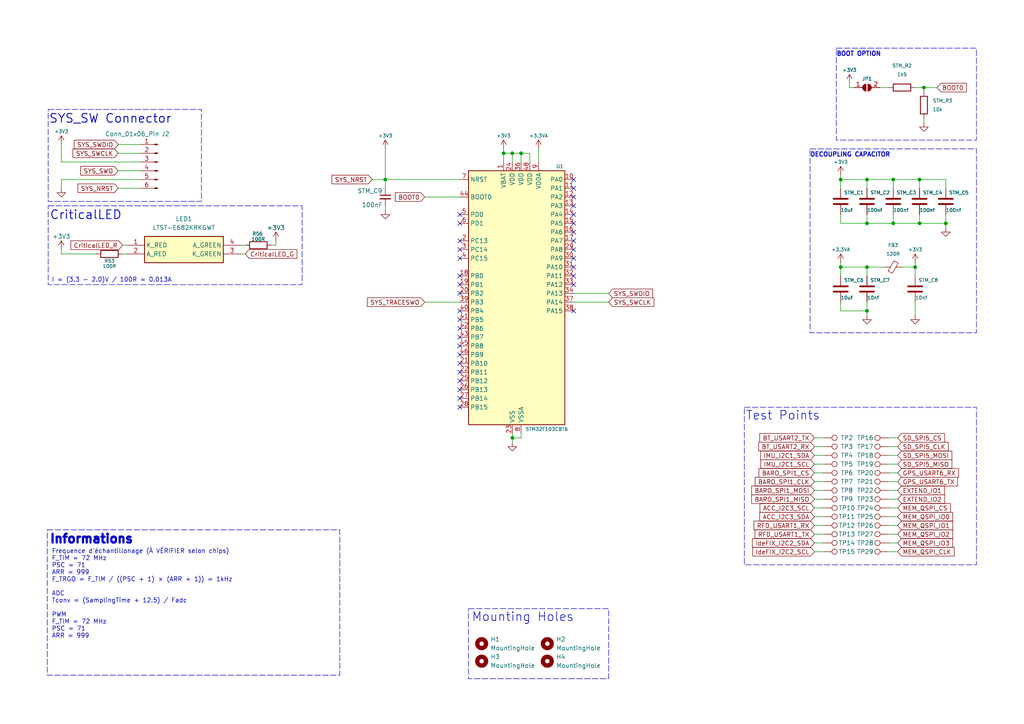
<source format=kicad_sch>
(kicad_sch (version 20250114) (generator "eeschema") (generator_version "9.0")
  (paper "A4")
  (lib_symbols
    (symbol "Connector:Conn_01x06_Pin" (pin_names (offset 1.016) (hide yes))
      (property "Reference" "J" (at 0 7.62 0))
      (property "Value" "Conn_01x06_Pin" (at 0 -10.16 0))
      (symbol "Conn_01x06_Pin_1_1"
        (rectangle (start 0.8636 5.207) (end 0 4.953) (stroke (width 0.1524)) (fill (type outline)))
        (rectangle (start 0.8636 2.667) (end 0 2.413) (stroke (width 0.1524)) (fill (type outline)))
        (rectangle (start 0.8636 0.127) (end 0 -0.127) (stroke (width 0.1524)) (fill (type outline)))
        (rectangle (start 0.8636 -2.413) (end 0 -2.667) (stroke (width 0.1524)) (fill (type outline)))
        (rectangle (start 0.8636 -4.953) (end 0 -5.207) (stroke (width 0.1524)) (fill (type outline)))
        (rectangle (start 0.8636 -7.493) (end 0 -7.747) (stroke (width 0.1524)) (fill (type outline)))
        (polyline (pts (xy 1.27 5.08) (xy 0.8636 5.08)) (stroke (width 0.1524)))
        (polyline (pts (xy 1.27 2.54) (xy 0.8636 2.54)) (stroke (width 0.1524)))
        (polyline (pts (xy 1.27 0) (xy 0.8636 0)) (stroke (width 0.1524)))
        (polyline (pts (xy 1.27 -2.54) (xy 0.8636 -2.54)) (stroke (width 0.1524)))
        (polyline (pts (xy 1.27 -5.08) (xy 0.8636 -5.08)) (stroke (width 0.1524)))
        (polyline (pts (xy 1.27 -7.62) (xy 0.8636 -7.62)) (stroke (width 0.1524)))
        (pin passive line (at 5.08 5.08 180) (length 3.81) (name "Pin_1") (number "1"))
        (pin passive line (at 5.08 2.54 180) (length 3.81) (name "Pin_2") (number "2"))
        (pin passive line (at 5.08 0 180) (length 3.81) (name "Pin_3") (number "3"))
        (pin passive line (at 5.08 -2.54 180) (length 3.81) (name "Pin_4") (number "4"))
        (pin passive line (at 5.08 -5.08 180) (length 3.81) (name "Pin_5") (number "5"))
        (pin passive line (at 5.08 -7.62 180) (length 3.81) (name "Pin_6") (number "6"))
      )
    )
    (symbol "Connector:TestPoint" (pin_numbers (hide yes)) (pin_names (offset 0.762) (hide yes))
      (property "Reference" "TP" (at 0 6.858 0))
      (property "Value" "TestPoint" (at 0 5.08 0))
      (symbol "TestPoint_0_1"
        (circle (center 0 3.302) (radius 0.762))
      )
      (symbol "TestPoint_1_1"
        (pin passive line (at 0 0 90) (length 2.54) (name "1") (number "1"))
      )
    )
    (symbol "Device:C" (pin_numbers (hide yes)) (pin_names (offset 0.254))
      (property "Reference" "C" (at 0.635 2.54 0))
      (property "Value" "C" (at 0.635 -2.54 0))
      (symbol "C_0_1"
        (polyline (pts (xy -2.032 0.762) (xy 2.032 0.762)) (stroke (width 0.508)))
        (polyline (pts (xy -2.032 -0.762) (xy 2.032 -0.762)) (stroke (width 0.508)))
      )
      (symbol "C_1_1"
        (pin passive line (at 0 3.81 270) (length 2.794) (name "~") (number "1"))
        (pin passive line (at 0 -3.81 90) (length 2.794) (name "~") (number "2"))
      )
    )
    (symbol "Device:C_Small" (pin_numbers (hide yes)) (pin_names (offset 0.254) (hide yes))
      (property "Reference" "C" (at 0.254 1.778 0))
      (property "Value" "C_Small" (at 0.254 -2.032 0))
      (symbol "C_Small_0_1"
        (polyline (pts (xy -1.524 0.508) (xy 1.524 0.508)) (stroke (width 0.3048)))
        (polyline (pts (xy -1.524 -0.508) (xy 1.524 -0.508)) (stroke (width 0.3302)))
      )
      (symbol "C_Small_1_1"
        (pin passive line (at 0 2.54 270) (length 2.032) (name "~") (number "1"))
        (pin passive line (at 0 -2.54 90) (length 2.032) (name "~") (number "2"))
      )
    )
    (symbol "Device:FerriteBead_Small" (pin_numbers (hide yes)) (pin_names (offset 0))
      (property "Reference" "FB" (at 1.905 1.27 0))
      (property "Value" "FerriteBead_Small" (at 1.905 -1.27 0))
      (symbol "FerriteBead_Small_0_1"
        (polyline (pts (xy -1.8288 0.2794) (xy -1.1176 1.4986) (xy 1.8288 -0.2032) (xy 1.1176 -1.4224) (xy -1.8288 0.2794)))
        (polyline (pts (xy 0 0.889) (xy 0 1.2954)))
        (polyline (pts (xy 0 -1.27) (xy 0 -0.7874)))
      )
      (symbol "FerriteBead_Small_1_1"
        (pin passive line (at 0 2.54 270) (length 1.27) (name "~") (number "1"))
        (pin passive line (at 0 -2.54 90) (length 1.27) (name "~") (number "2"))
      )
    )
    (symbol "Device:R" (pin_numbers (hide yes)) (pin_names (offset 0))
      (property "Reference" "R" (at 2.032 0 90))
      (property "Value" "R" (at 0 0 90))
      (symbol "R_0_1"
        (rectangle (start -1.016 -2.54) (end 1.016 2.54) (stroke (width 0.254)))
      )
      (symbol "R_1_1"
        (pin passive line (at 0 3.81 270) (length 1.27) (name "~") (number "1"))
        (pin passive line (at 0 -3.81 90) (length 1.27) (name "~") (number "2"))
      )
    )
    (symbol "Jumper:SolderJumper_2_Open" (pin_names (offset 0) (hide yes))
      (property "Reference" "JP" (at 0 2.032 0))
      (property "Value" "SolderJumper_2_Open" (at 0 -2.54 0))
      (symbol "SolderJumper_2_Open_0_1"
        (polyline (pts (xy -0.254 1.016) (xy -0.254 -1.016)))
        (arc (start -0.254 -1.016) (mid -1.2656 0) (end -0.254 1.016))
        (arc (start -0.254 -1.016) (mid -1.2656 0) (end -0.254 1.016) (fill (type outline)))
        (arc (start 0.254 1.016) (mid 1.2656 0) (end 0.254 -1.016))
        (arc (start 0.254 1.016) (mid 1.2656 0) (end 0.254 -1.016) (fill (type outline)))
        (polyline (pts (xy 0.254 1.016) (xy 0.254 -1.016)))
      )
      (symbol "SolderJumper_2_Open_1_1"
        (pin passive line (at -3.81 0 0) (length 2.54) (name "A") (number "1"))
        (pin passive line (at 3.81 0 180) (length 2.54) (name "B") (number "2"))
      )
    )
    (symbol "MCU_ST_STM32F1:STM32F103C8Tx"
      (property "Reference" "U" (at -12.7 39.37 0))
      (property "Value" "STM32F103C8Tx" (at 10.16 39.37 0))
      (symbol "STM32F103C8Tx_0_1"
        (rectangle (start -12.7 -35.56) (end 15.24 38.1) (stroke (width 0.254)) (fill (type background)))
      )
      (symbol "STM32F103C8Tx_1_1"
        (pin input line (at -15.24 35.56 0) (length 2.54) (name "NRST") (number "7"))
        (pin input line (at -15.24 30.48 0) (length 2.54) (name "BOOT0") (number "44"))
        (pin bidirectional line (at -15.24 25.4 0) (length 2.54) (name "PD0") (number "5"))
        (pin bidirectional line (at -15.24 22.86 0) (length 2.54) (name "PD1") (number "6"))
        (pin bidirectional line (at -15.24 17.78 0) (length 2.54) (name "PC13") (number "2"))
        (pin bidirectional line (at -15.24 15.24 0) (length 2.54) (name "PC14") (number "3"))
        (pin bidirectional line (at -15.24 12.7 0) (length 2.54) (name "PC15") (number "4"))
        (pin bidirectional line (at -15.24 7.62 0) (length 2.54) (name "PB0") (number "18"))
        (pin bidirectional line (at -15.24 5.08 0) (length 2.54) (name "PB1") (number "19"))
        (pin bidirectional line (at -15.24 2.54 0) (length 2.54) (name "PB2") (number "20"))
        (pin bidirectional line (at -15.24 0 0) (length 2.54) (name "PB3") (number "39"))
        (pin bidirectional line (at -15.24 -2.54 0) (length 2.54) (name "PB4") (number "40"))
        (pin bidirectional line (at -15.24 -5.08 0) (length 2.54) (name "PB5") (number "41"))
        (pin bidirectional line (at -15.24 -7.62 0) (length 2.54) (name "PB6") (number "42"))
        (pin bidirectional line (at -15.24 -10.16 0) (length 2.54) (name "PB7") (number "43"))
        (pin bidirectional line (at -15.24 -12.7 0) (length 2.54) (name "PB8") (number "45"))
        (pin bidirectional line (at -15.24 -15.24 0) (length 2.54) (name "PB9") (number "46"))
        (pin bidirectional line (at -15.24 -17.78 0) (length 2.54) (name "PB10") (number "21"))
        (pin bidirectional line (at -15.24 -20.32 0) (length 2.54) (name "PB11") (number "22"))
        (pin bidirectional line (at -15.24 -22.86 0) (length 2.54) (name "PB12") (number "25"))
        (pin bidirectional line (at -15.24 -25.4 0) (length 2.54) (name "PB13") (number "26"))
        (pin bidirectional line (at -15.24 -27.94 0) (length 2.54) (name "PB14") (number "27"))
        (pin bidirectional line (at -15.24 -30.48 0) (length 2.54) (name "PB15") (number "28"))
        (pin power_in line (at -2.54 40.64 270) (length 2.54) (name "VBAT") (number "1"))
        (pin power_in line (at 0 40.64 270) (length 2.54) (name "VDD") (number "24"))
        (pin power_in line (at 0 -38.1 90) (length 2.54) (name "VSS") (number "23"))
        (pin passive line (at 0 -38.1 90) (length 2.54) (hide yes) (name "VSS") (number "35"))
        (pin passive line (at 0 -38.1 90) (length 2.54) (hide yes) (name "VSS") (number "47"))
        (pin power_in line (at 2.54 40.64 270) (length 2.54) (name "VDD") (number "36"))
        (pin power_in line (at 2.54 -38.1 90) (length 2.54) (name "VSSA") (number "8"))
        (pin power_in line (at 5.08 40.64 270) (length 2.54) (name "VDD") (number "48"))
        (pin power_in line (at 7.62 40.64 270) (length 2.54) (name "VDDA") (number "9"))
        (pin bidirectional line (at 17.78 35.56 180) (length 2.54) (name "PA0") (number "10"))
        (pin bidirectional line (at 17.78 33.02 180) (length 2.54) (name "PA1") (number "11"))
        (pin bidirectional line (at 17.78 30.48 180) (length 2.54) (name "PA2") (number "12"))
        (pin bidirectional line (at 17.78 27.94 180) (length 2.54) (name "PA3") (number "13"))
        (pin bidirectional line (at 17.78 25.4 180) (length 2.54) (name "PA4") (number "14"))
        (pin bidirectional line (at 17.78 22.86 180) (length 2.54) (name "PA5") (number "15"))
        (pin bidirectional line (at 17.78 20.32 180) (length 2.54) (name "PA6") (number "16"))
        (pin bidirectional line (at 17.78 17.78 180) (length 2.54) (name "PA7") (number "17"))
        (pin bidirectional line (at 17.78 15.24 180) (length 2.54) (name "PA8") (number "29"))
        (pin bidirectional line (at 17.78 12.7 180) (length 2.54) (name "PA9") (number "30"))
        (pin bidirectional line (at 17.78 10.16 180) (length 2.54) (name "PA10") (number "31"))
        (pin bidirectional line (at 17.78 7.62 180) (length 2.54) (name "PA11") (number "32"))
        (pin bidirectional line (at 17.78 5.08 180) (length 2.54) (name "PA12") (number "33"))
        (pin bidirectional line (at 17.78 2.54 180) (length 2.54) (name "PA13") (number "34"))
        (pin bidirectional line (at 17.78 0 180) (length 2.54) (name "PA14") (number "37"))
        (pin bidirectional line (at 17.78 -2.54 180) (length 2.54) (name "PA15") (number "38"))
      )
    )
    (symbol "Mechanical:MountingHole" (pin_names (offset 1.016)) (in_bom no)
      (property "Reference" "H" (at 0 5.08 0))
      (property "Value" "MountingHole" (at 0 3.175 0))
      (symbol "MountingHole_0_1"
        (circle (center 0 0) (radius 1.27) (stroke (width 1.27)))
      )
    )
    (symbol "pcb_moteur:LTST-E682KRKGWT"
      (property "Reference" "LED" (at 14.224 7.366 0))
      (property "Value" "LTST-E682KRKGWT" (at 8.128 4.826 0))
      (symbol "LTST-E682KRKGWT_1_1"
        (rectangle (start 5.08 2.54) (end 27.94 -5.08) (stroke (width 0.254)) (fill (type background)))
        (pin passive line (at 0 0 0) (length 5.08) (name "A_GREEN") (number "4"))
        (pin passive line (at 0 -2.54 0) (length 5.08) (name "K_GREEN") (number "3"))
        (pin passive line (at 33.02 0 180) (length 5.08) (name "K_RED") (number "1"))
        (pin passive line (at 33.02 -2.54 180) (length 5.08) (name "A_RED") (number "2"))
      )
    )
    (symbol "power:+3.3VA" (power) (pin_names (offset 0))
      (property "Value" "+3.3VA" (at 0 3.556 0))
      (symbol "+3.3VA_0_1"
        (polyline (pts (xy -0.762 1.27) (xy 0 2.54)))
        (polyline (pts (xy 0 2.54) (xy 0.762 1.27)))
        (polyline (pts (xy 0 0) (xy 0 2.54)))
      )
      (symbol "+3.3VA_1_1"
        (pin power_in line (at 0 0 90) (length 0) (hide yes) (name "+3.3VA") (number "1"))
      )
    )
    (symbol "power:+3V3" (power) (pin_names (offset 0))
      (property "Value" "+3V3" (at 0 3.556 0))
      (symbol "+3V3_0_1"
        (polyline (pts (xy -0.762 1.27) (xy 0 2.54)))
        (polyline (pts (xy 0 2.54) (xy 0.762 1.27)))
        (polyline (pts (xy 0 0) (xy 0 2.54)))
      )
      (symbol "+3V3_1_1"
        (pin power_in line (at 0 0 90) (length 0) (hide yes) (name "+3V3") (number "1"))
      )
    )
    (symbol "power:GND" (power) (pin_names (offset 0))
      (property "Value" "GND" (at 0 -3.81 0))
      (symbol "GND_0_1"
        (polyline (pts (xy 0 0) (xy 0 -1.27) (xy 1.27 -1.27) (xy 0 -2.54) (xy -1.27 -1.27) (xy 0 -1.27)))
      )
      (symbol "GND_1_1"
        (pin power_in line (at 0 0 270) (length 0) (hide yes) (name "GND") (number "1"))
      )
    )
  )
  (rectangle (start 13.97 31.75) (end 58.42 58.42) (stroke (width 0) (type dash)))
  (rectangle (start 135.89 176.53) (end 176.53 196.85) (stroke (width 0) (type dash)))
  (rectangle (start 215.9 118.11) (end 283.21 163.83) (stroke (width 0) (type dash)))
  (rectangle (start 234.95 43.18) (end 283.21 96.52) (stroke (width 0) (type dash)))
  (rectangle (start 13.716 153.67) (end 98.552 195.834) (stroke (width 0) (type dash)))
  (rectangle (start 13.97 59.69) (end 87.63 82.55) (stroke (width 0) (type dash)))
  (rectangle (start 242.57 13.97) (end 283.21 40.64) (stroke (width 0) (type dash)))
  (text "Test Points" (at 227.076 120.65 0) (effects (font (size 2.54 2.54) (thickness 0.1875))))
  (text "Mounting Holes" (at 151.638 179.07 0) (effects (font (size 2.54 2.54) (thickness 0.1875))))
  (text "BOOT OPTION" (at 242.57 16.51 0) (effects (font (size 1.27 1.27) (thickness 0.254) (bold yes)) (justify left bottom)))
  (text "DECOUPLING CAPACITOR" (at 234.95 45.72 0) (effects (font (size 1.27 1.27) (thickness 0.254) (bold yes)) (justify left bottom)))
  (text "SYS_SW Connector" (at 32.004 34.544 0) (effects (font (size 2.54 2.54) (thickness 0.254) (bold yes))))
  (text "Informations" (at 14.224 156.464 0) (effects (font (size 2.54 2.54) (thickness 0.8) (bold yes)) (justify left)))
  (text "CriticalLED" (at 24.892 62.484 0) (effects (font (size 2.54 2.54) (thickness 0.254) (bold yes))))
  (text "I = (3.3 - 2.0)V / 100R = 0.013A" (at 14.986 81.28 0) (effects (font (size 1.27 1.27)) (justify left)))
  (text "Frequence d'échantillonage (À VÉRIFIER selon chips)\nF_TIM = 72 MHz\nPSC = 71\nARR = 999\nF_TRGO = F_TIM / ((PSC + 1) × (ARR + 1)) = 1kHz\n\nADC\nTconv = (SamplingTime + 12.5) / Fadc\n\nPWM\nF_TIM = 72 MHz\nPSC = 71\nARR = 999" (at 14.986 159.258 0) (effects (font (size 1.27 1.27)) (justify left top)))
  (junction (at 266.7 64.77))
  (junction (at 267.97 25.4))
  (junction (at 148.59 127))
  (junction (at 265.43 77.47))
  (junction (at 259.08 64.77))
  (junction (at 243.84 52.07))
  (junction (at 151.13 44.45))
  (junction (at 266.7 52.07))
  (junction (at 251.46 77.47))
  (junction (at 259.08 52.07))
  (junction (at 243.84 77.47))
  (junction (at 146.05 44.45))
  (junction (at 251.46 64.77))
  (junction (at 251.46 52.07))
  (junction (at 251.46 90.17))
  (junction (at 274.32 64.77))
  (junction (at 111.76 52.07))
  (junction (at 148.59 44.45))
  (no_connect (at 166.37 64.77))
  (no_connect (at 133.35 107.95))
  (no_connect (at 133.35 95.25))
  (no_connect (at 133.35 72.39))
  (no_connect (at 133.35 115.57))
  (no_connect (at 133.35 110.49))
  (no_connect (at 166.37 82.55))
  (no_connect (at 166.37 67.31))
  (no_connect (at 166.37 52.07))
  (no_connect (at 133.35 113.03))
  (no_connect (at 133.35 82.55))
  (no_connect (at 166.37 74.93))
  (no_connect (at 166.37 90.17))
  (no_connect (at 166.37 77.47))
  (no_connect (at 133.35 80.01))
  (no_connect (at 133.35 118.11))
  (no_connect (at 133.35 100.33))
  (no_connect (at 133.35 92.71))
  (no_connect (at 133.35 64.77))
  (no_connect (at 133.35 102.87))
  (no_connect (at 166.37 69.85))
  (no_connect (at 133.35 90.17))
  (no_connect (at 166.37 62.23))
  (no_connect (at 166.37 80.01))
  (no_connect (at 133.35 85.09))
  (no_connect (at 166.37 72.39))
  (no_connect (at 166.37 59.69))
  (no_connect (at 133.35 69.85))
  (no_connect (at 133.35 74.93))
  (no_connect (at 166.37 54.61))
  (no_connect (at 166.37 57.15))
  (no_connect (at 133.35 97.79))
  (no_connect (at 133.35 105.41))
  (no_connect (at 133.35 62.23))
  (wire (pts (xy 251.46 77.47) (xy 251.46 80.01)))
  (wire (pts (xy 71.12 71.12) (xy 69.85 71.12)))
  (wire (pts (xy 80.01 69.85) (xy 80.01 71.12)))
  (wire (pts (xy 266.7 52.07) (xy 266.7 54.61)))
  (wire (pts (xy 111.76 52.07) (xy 133.35 52.07)))
  (wire (pts (xy 266.7 52.07) (xy 259.08 52.07)))
  (wire (pts (xy 257.81 152.4) (xy 260.35 152.4)))
  (wire (pts (xy 156.21 43.18) (xy 156.21 46.99)))
  (wire (pts (xy 148.59 44.45) (xy 146.05 44.45)))
  (wire (pts (xy 259.08 64.77) (xy 266.7 64.77)))
  (wire (pts (xy 257.81 142.24) (xy 260.35 142.24)))
  (wire (pts (xy 243.84 50.8) (xy 243.84 52.07)))
  (wire (pts (xy 123.19 57.15) (xy 133.35 57.15)))
  (wire (pts (xy 243.84 62.23) (xy 243.84 64.77)))
  (wire (pts (xy 238.76 160.02) (xy 236.22 160.02)))
  (wire (pts (xy 17.78 46.99) (xy 17.78 41.91)))
  (wire (pts (xy 267.97 35.56) (xy 267.97 34.29)))
  (wire (pts (xy 259.08 52.07) (xy 251.46 52.07)))
  (wire (pts (xy 261.62 77.47) (xy 265.43 77.47)))
  (wire (pts (xy 166.37 87.63) (xy 176.53 87.63)))
  (wire (pts (xy 238.76 144.78) (xy 236.22 144.78)))
  (wire (pts (xy 251.46 77.47) (xy 256.54 77.47)))
  (wire (pts (xy 251.46 64.77) (xy 259.08 64.77)))
  (wire (pts (xy 255.27 25.4) (xy 257.81 25.4)))
  (wire (pts (xy 238.76 129.54) (xy 236.22 129.54)))
  (wire (pts (xy 257.81 132.08) (xy 260.35 132.08)))
  (wire (pts (xy 243.84 52.07) (xy 243.84 54.61)))
  (wire (pts (xy 259.08 52.07) (xy 259.08 54.61)))
  (wire (pts (xy 146.05 43.18) (xy 146.05 44.45)))
  (wire (pts (xy 257.81 129.54) (xy 260.35 129.54)))
  (wire (pts (xy 40.64 52.07) (xy 17.78 52.07)))
  (wire (pts (xy 123.19 87.63) (xy 133.35 87.63)))
  (wire (pts (xy 238.76 157.48) (xy 236.22 157.48)))
  (wire (pts (xy 266.7 64.77) (xy 274.32 64.77)))
  (wire (pts (xy 151.13 125.73) (xy 151.13 127)))
  (wire (pts (xy 243.84 77.47) (xy 243.84 80.01)))
  (wire (pts (xy 274.32 54.61) (xy 274.32 52.07)))
  (wire (pts (xy 34.29 41.91) (xy 40.64 41.91)))
  (wire (pts (xy 35.56 71.12) (xy 36.83 71.12)))
  (wire (pts (xy 243.84 64.77) (xy 251.46 64.77)))
  (wire (pts (xy 274.32 52.07) (xy 266.7 52.07)))
  (wire (pts (xy 238.76 152.4) (xy 236.22 152.4)))
  (wire (pts (xy 238.76 137.16) (xy 236.22 137.16)))
  (wire (pts (xy 34.29 44.45) (xy 40.64 44.45)))
  (wire (pts (xy 238.76 147.32) (xy 236.22 147.32)))
  (wire (pts (xy 251.46 52.07) (xy 251.46 54.61)))
  (wire (pts (xy 265.43 87.63) (xy 265.43 91.44)))
  (wire (pts (xy 257.81 147.32) (xy 260.35 147.32)))
  (wire (pts (xy 265.43 76.2) (xy 265.43 77.47)))
  (wire (pts (xy 265.43 77.47) (xy 265.43 80.01)))
  (wire (pts (xy 251.46 77.47) (xy 243.84 77.47)))
  (wire (pts (xy 153.67 46.99) (xy 153.67 44.45)))
  (wire (pts (xy 257.81 157.48) (xy 260.35 157.48)))
  (wire (pts (xy 151.13 44.45) (xy 151.13 46.99)))
  (wire (pts (xy 247.65 25.4) (xy 246.38 25.4)))
  (wire (pts (xy 257.81 149.86) (xy 260.35 149.86)))
  (wire (pts (xy 69.85 73.66) (xy 71.12 73.66)))
  (wire (pts (xy 238.76 132.08) (xy 236.22 132.08)))
  (wire (pts (xy 153.67 44.45) (xy 151.13 44.45)))
  (wire (pts (xy 257.81 134.62) (xy 260.35 134.62)))
  (wire (pts (xy 151.13 44.45) (xy 148.59 44.45)))
  (wire (pts (xy 257.81 144.78) (xy 260.35 144.78)))
  (wire (pts (xy 251.46 87.63) (xy 251.46 90.17)))
  (wire (pts (xy 259.08 62.23) (xy 259.08 64.77)))
  (wire (pts (xy 148.59 125.73) (xy 148.59 127)))
  (wire (pts (xy 17.78 72.39) (xy 17.78 73.66)))
  (wire (pts (xy 148.59 44.45) (xy 148.59 46.99)))
  (wire (pts (xy 166.37 85.09) (xy 176.53 85.09)))
  (wire (pts (xy 274.32 64.77) (xy 274.32 66.04)))
  (wire (pts (xy 40.64 46.99) (xy 17.78 46.99)))
  (wire (pts (xy 148.59 127) (xy 148.59 128.27)))
  (wire (pts (xy 35.56 73.66) (xy 36.83 73.66)))
  (wire (pts (xy 17.78 52.07) (xy 17.78 54.61)))
  (wire (pts (xy 251.46 62.23) (xy 251.46 64.77)))
  (wire (pts (xy 243.84 76.2) (xy 243.84 77.47)))
  (wire (pts (xy 17.78 73.66) (xy 27.94 73.66)))
  (wire (pts (xy 251.46 90.17) (xy 251.46 91.44)))
  (wire (pts (xy 251.46 52.07) (xy 243.84 52.07)))
  (wire (pts (xy 34.29 49.53) (xy 40.64 49.53)))
  (wire (pts (xy 107.95 52.07) (xy 111.76 52.07)))
  (wire (pts (xy 238.76 139.7) (xy 236.22 139.7)))
  (wire (pts (xy 257.81 137.16) (xy 260.35 137.16)))
  (wire (pts (xy 274.32 62.23) (xy 274.32 64.77)))
  (wire (pts (xy 238.76 134.62) (xy 236.22 134.62)))
  (wire (pts (xy 238.76 149.86) (xy 236.22 149.86)))
  (wire (pts (xy 111.76 59.69) (xy 111.76 60.96)))
  (wire (pts (xy 257.81 127) (xy 260.35 127)))
  (wire (pts (xy 238.76 154.94) (xy 236.22 154.94)))
  (wire (pts (xy 34.29 54.61) (xy 40.64 54.61)))
  (wire (pts (xy 267.97 25.4) (xy 271.78 25.4)))
  (wire (pts (xy 111.76 43.18) (xy 111.76 52.07)))
  (wire (pts (xy 243.84 90.17) (xy 251.46 90.17)))
  (wire (pts (xy 78.74 71.12) (xy 80.01 71.12)))
  (wire (pts (xy 267.97 26.67) (xy 267.97 25.4)))
  (wire (pts (xy 243.84 87.63) (xy 243.84 90.17)))
  (wire (pts (xy 266.7 62.23) (xy 266.7 64.77)))
  (wire (pts (xy 257.81 154.94) (xy 260.35 154.94)))
  (wire (pts (xy 238.76 142.24) (xy 236.22 142.24)))
  (wire (pts (xy 111.76 52.07) (xy 111.76 54.61)))
  (wire (pts (xy 257.81 139.7) (xy 260.35 139.7)))
  (wire (pts (xy 246.38 25.4) (xy 246.38 24.13)))
  (wire (pts (xy 238.76 127) (xy 236.22 127)))
  (wire (pts (xy 146.05 44.45) (xy 146.05 46.99)))
  (wire (pts (xy 265.43 25.4) (xy 267.97 25.4)))
  (wire (pts (xy 257.81 160.02) (xy 260.35 160.02)))
  (wire (pts (xy 148.59 127) (xy 151.13 127)))
  (global_label "ACC_I2C3_SDA" (shape input) (at 236.22 149.86 180) (property "Intersheetrefs" "${INTERSHEET_REFS}" (effects (hide yes))))
  (global_label "SYS_SWDIO" (shape input) (at 176.53 85.09 0) (property "Intersheetrefs" "${INTERSHEET_REFS}" (effects (hide yes))))
  (global_label "BT_USART2_TX" (shape input) (at 236.22 127 180) (property "Intersheetrefs" "${INTERSHEET_REFS}" (effects (hide yes))))
  (global_label "CriticalLED_R" (shape input) (at 35.56 71.12 180) (property "Intersheetrefs" "${INTERSHEET_REFS}" (effects (hide yes))))
  (global_label "MEM_QSPI_IO0" (shape input) (at 260.35 149.86 0) (property "Intersheetrefs" "${INTERSHEET_REFS}" (effects (hide yes))))
  (global_label "SYS_NRST" (shape input) (at 34.29 54.61 180) (effects (font (thickness 0.1588))) (property "Intersheetrefs" "${INTERSHEET_REFS}" (effects (hide yes))))
  (global_label "SYS_TRACESWO" (shape input) (at 123.19 87.63 180) (property "Intersheetrefs" "${INTERSHEET_REFS}" (effects (hide yes))))
  (global_label "SYS_SWCLK" (shape input) (at 34.29 44.45 180) (effects (font (thickness 0.1588))) (property "Intersheetrefs" "${INTERSHEET_REFS}" (effects (hide yes))))
  (global_label "RFD_USART1_TX" (shape input) (at 236.22 154.94 180) (property "Intersheetrefs" "${INTERSHEET_REFS}" (effects (hide yes))))
  (global_label "SYS_SWO" (shape input) (at 34.29 49.53 180) (effects (font (thickness 0.1588))) (property "Intersheetrefs" "${INTERSHEET_REFS}" (effects (hide yes))))
  (global_label "MEM_QSPI_IO2" (shape input) (at 260.35 154.94 0) (property "Intersheetrefs" "${INTERSHEET_REFS}" (effects (hide yes))))
  (global_label "BOOT0" (shape input) (at 271.78 25.4 0) (property "Intersheetrefs" "${INTERSHEET_REFS}" (effects (hide yes))))
  (global_label "RFD_USART1_RX" (shape input) (at 236.22 152.4 180) (property "Intersheetrefs" "${INTERSHEET_REFS}" (effects (hide yes))))
  (global_label "IdeFIX_I2C2_SDA" (shape input) (at 236.22 157.48 180) (property "Intersheetrefs" "${INTERSHEET_REFS}" (effects (hide yes))))
  (global_label "GPS_USART6_RX" (shape input) (at 260.35 137.16 0) (property "Intersheetrefs" "${INTERSHEET_REFS}" (effects (hide yes))))
  (global_label "EXTEND_IO2" (shape input) (at 260.35 144.78 0) (property "Intersheetrefs" "${INTERSHEET_REFS}" (effects (hide yes))))
  (global_label "EXTEND_IO1" (shape input) (at 260.35 142.24 0) (property "Intersheetrefs" "${INTERSHEET_REFS}" (effects (hide yes))))
  (global_label "CriticalLED_G" (shape input) (at 71.12 73.66 0) (property "Intersheetrefs" "${INTERSHEET_REFS}" (effects (hide yes))))
  (global_label "BARO_SPI1_MOSI" (shape input) (at 236.22 142.24 180) (property "Intersheetrefs" "${INTERSHEET_REFS}" (effects (hide yes))))
  (global_label "SYS_SWCLK" (shape input) (at 176.53 87.63 0) (property "Intersheetrefs" "${INTERSHEET_REFS}" (effects (hide yes))))
  (global_label "IdeFIX_I2C2_SCL" (shape input) (at 236.22 160.02 180) (property "Intersheetrefs" "${INTERSHEET_REFS}" (effects (hide yes))))
  (global_label "SYS_NRST" (shape input) (at 107.95 52.07 180) (effects (font (thickness 0.1588))) (property "Intersheetrefs" "${INTERSHEET_REFS}" (effects (hide yes))))
  (global_label "MEM_QSPI_CLK" (shape input) (at 260.35 160.02 0) (property "Intersheetrefs" "${INTERSHEET_REFS}" (effects (hide yes))))
  (global_label "MEM_QSPI_IO1" (shape input) (at 260.35 152.4 0) (property "Intersheetrefs" "${INTERSHEET_REFS}" (effects (hide yes))))
  (global_label "ACC_I2C3_SCL" (shape input) (at 236.22 147.32 180) (property "Intersheetrefs" "${INTERSHEET_REFS}" (effects (hide yes))))
  (global_label "BOOT0" (shape input) (at 123.19 57.15 180) (property "Intersheetrefs" "${INTERSHEET_REFS}" (effects (hide yes))))
  (global_label "SYS_SWDIO" (shape input) (at 34.29 41.91 180) (effects (font (thickness 0.1588))) (property "Intersheetrefs" "${INTERSHEET_REFS}" (effects (hide yes))))
  (global_label "BARO_SPI1_CLK" (shape input) (at 236.22 139.7 180) (property "Intersheetrefs" "${INTERSHEET_REFS}" (effects (hide yes))))
  (global_label "IMU_I2C1_SCL" (shape input) (at 236.22 134.62 180) (property "Intersheetrefs" "${INTERSHEET_REFS}" (effects (hide yes))))
  (global_label "BARO_SPI1_MISO" (shape input) (at 236.22 144.78 180) (property "Intersheetrefs" "${INTERSHEET_REFS}" (effects (hide yes))))
  (global_label "MEM_QSPI_IO3" (shape input) (at 260.35 157.48 0) (property "Intersheetrefs" "${INTERSHEET_REFS}" (effects (hide yes))))
  (global_label "GPS_USART6_TX" (shape input) (at 260.35 139.7 0) (property "Intersheetrefs" "${INTERSHEET_REFS}" (effects (hide yes))))
  (global_label "SD_SPI5_MISO" (shape input) (at 260.35 134.62 0) (property "Intersheetrefs" "${INTERSHEET_REFS}" (effects (hide yes))))
  (global_label "IMU_I2C1_SDA" (shape input) (at 236.22 132.08 180) (property "Intersheetrefs" "${INTERSHEET_REFS}" (effects (hide yes))))
  (global_label "SD_SPI5_CS" (shape input) (at 260.35 127 0) (property "Intersheetrefs" "${INTERSHEET_REFS}" (effects (hide yes))))
  (global_label "BARO_SPI1_CS" (shape input) (at 236.22 137.16 180) (property "Intersheetrefs" "${INTERSHEET_REFS}" (effects (hide yes))))
  (global_label "SD_SPI5_MOSI" (shape input) (at 260.35 132.08 0) (property "Intersheetrefs" "${INTERSHEET_REFS}" (effects (hide yes))))
  (global_label "SD_SPI5_CLK" (shape input) (at 260.35 129.54 0) (property "Intersheetrefs" "${INTERSHEET_REFS}" (effects (hide yes))))
  (global_label "BT_USART2_RX" (shape input) (at 236.22 129.54 180) (property "Intersheetrefs" "${INTERSHEET_REFS}" (effects (hide yes))))
  (global_label "MEM_QSPI_CS" (shape input) (at 260.35 147.32 0) (property "Intersheetrefs" "${INTERSHEET_REFS}" (effects (hide yes))))
  (symbol (lib_id "Connector:TestPoint") (at 238.76 139.7 270) (mirror x) (unit 1)
    (property "Reference" "TP7" (at 245.618 139.7 90))
    (property "Value" "TestPoint" (effects (hide yes)))
    (property "Footprint" "TestPoint:TestPoint_Pad_D1.0mm" (effects (hide yes)))
    (property "Description" "test point" (effects (hide yes)))
  )
  (symbol (lib_id "Device:R") (at 74.93 71.12 90) (unit 1)
    (property "Reference" "R56" (at 73.152 67.818 90) (effects (font (size 1 1)) (justify right)))
    (property "Value" "100R" (at 72.898 69.342 90) (effects (font (size 1 1)) (justify right)))
    (property "Footprint" "Resistor_SMD:R_0603_1608Metric" (effects (hide yes)))
  )
  (symbol (lib_id "Device:C") (at 259.08 58.42 180) (unit 1)
    (property "Reference" "STM_C3" (at 262.89 55.88 0) (effects (font (size 1 1))))
    (property "Value" "100nf" (at 259.08 60.96 0) (effects (font (size 1 1)) (justify right)))
    (property "Footprint" "Capacitor_SMD:C_0805_2012Metric" (effects (hide yes)))
  )
  (symbol (lib_id "Mechanical:MountingHole") (at 139.7 186.69 0) (unit 1) (in_bom no)
    (property "Reference" "H1" (at 142.24 185.4199 0) (effects (justify left)))
    (property "Value" "MountingHole" (at 142.24 187.9599 0) (effects (justify left)))
    (property "Description" "Mounting Hole without connection" (effects (hide yes)))
  )
  (symbol (lib_id "Connector:TestPoint") (at 238.76 144.78 270) (mirror x) (unit 1)
    (property "Reference" "TP9" (at 245.618 144.78 90))
    (property "Value" "TestPoint" (effects (hide yes)))
    (property "Footprint" "TestPoint:TestPoint_Pad_D1.0mm" (effects (hide yes)))
    (property "Description" "test point" (effects (hide yes)))
  )
  (symbol (lib_id "Device:C") (at 251.46 83.82 180) (unit 1)
    (property "Reference" "STM_C7" (at 255.27 81.28 0) (effects (font (size 1 1))))
    (property "Value" "10nf" (at 251.46 86.36 0) (effects (font (size 1 1)) (justify right)))
    (property "Footprint" "Capacitor_SMD:C_0805_2012Metric" (effects (hide yes)))
  )
  (symbol (lib_id "power:+3V3") (at 111.76 43.18 0) (unit 1)
    (property "Reference" "#PWR035" (effects (hide yes)))
    (property "Value" "+3V3" (at 111.76 39.37 0) (effects (font (size 1 1))))
  )
  (symbol (lib_id "Connector:Conn_01x06_Pin") (at 45.72 46.99 0) (mirror y) (unit 1)
    (property "Reference" "J2" (at 48.006 38.862 0))
    (property "Value" "Conn_01x06_Pin" (at 38.354 38.862 0))
    (property "Description" "Generic connector, single row, 01x06, script generated" (effects (hide yes)))
  )
  (symbol (lib_id "Connector:TestPoint") (at 257.81 152.4 90) (unit 1)
    (property "Reference" "TP26" (at 250.952 152.4 90))
    (property "Value" "TestPoint" (effects (hide yes)))
    (property "Footprint" "TestPoint:TestPoint_Pad_D1.0mm" (effects (hide yes)))
    (property "Description" "test point" (effects (hide yes)))
  )
  (symbol (lib_id "Connector:TestPoint") (at 238.76 147.32 270) (mirror x) (unit 1)
    (property "Reference" "TP10" (at 245.618 147.32 90))
    (property "Value" "TestPoint" (effects (hide yes)))
    (property "Footprint" "TestPoint:TestPoint_Pad_D1.0mm" (effects (hide yes)))
    (property "Description" "test point" (effects (hide yes)))
  )
  (symbol (lib_id "MCU_ST_STM32F1:STM32F103C8Tx") (at 148.59 87.63 0) (unit 1)
    (property "Reference" "U1" (at 161.29 48.26 0) (effects (font (size 1 1)) (justify left)))
    (property "Value" "STM32F103CBT6" (at 152.4 124.46 0) (effects (font (size 1 1)) (justify left)))
    (property "Footprint" "Package_QFP:LQFP-48_7x7mm_P0.5mm" (effects (hide yes)))
    (property "Datasheet" "https://www.st.com/resource/en/datasheet/stm32f103c8.pdf" (effects (hide yes)))
  )
  (symbol (lib_id "Connector:TestPoint") (at 257.81 132.08 90) (unit 1)
    (property "Reference" "TP18" (at 250.952 132.08 90))
    (property "Value" "TestPoint" (effects (hide yes)))
    (property "Footprint" "TestPoint:TestPoint_Pad_D1.0mm" (effects (hide yes)))
    (property "Description" "test point" (effects (hide yes)))
  )
  (symbol (lib_id "power:+3.3VA") (at 156.21 43.18 0) (unit 1)
    (property "Reference" "#PWR052" (effects (hide yes)))
    (property "Value" "+3.3VA" (at 156.21 39.37 0) (effects (font (size 1 1))))
  )
  (symbol (lib_id "Connector:TestPoint") (at 257.81 157.48 90) (unit 1)
    (property "Reference" "TP28" (at 250.952 157.48 90))
    (property "Value" "TestPoint" (effects (hide yes)))
    (property "Footprint" "TestPoint:TestPoint_Pad_D1.0mm" (effects (hide yes)))
    (property "Description" "test point" (effects (hide yes)))
  )
  (symbol (lib_id "power:+3V3") (at 243.84 50.8 0) (unit 1)
    (property "Reference" "#PWR053" (effects (hide yes)))
    (property "Value" "+3V3" (at 243.84 46.99 0) (effects (font (size 1 1))))
  )
  (symbol (lib_id "Connector:TestPoint") (at 257.81 134.62 90) (unit 1)
    (property "Reference" "TP19" (at 250.952 134.62 90))
    (property "Value" "TestPoint" (effects (hide yes)))
    (property "Footprint" "TestPoint:TestPoint_Pad_D1.0mm" (effects (hide yes)))
    (property "Description" "test point" (effects (hide yes)))
  )
  (symbol (lib_id "Connector:TestPoint") (at 257.81 149.86 90) (unit 1)
    (property "Reference" "TP25" (at 250.952 149.86 90))
    (property "Value" "TestPoint" (effects (hide yes)))
    (property "Footprint" "TestPoint:TestPoint_Pad_D1.0mm" (effects (hide yes)))
    (property "Description" "test point" (effects (hide yes)))
  )
  (symbol (lib_id "Connector:TestPoint") (at 238.76 149.86 270) (mirror x) (unit 1)
    (property "Reference" "TP11" (at 245.618 149.86 90))
    (property "Value" "TestPoint" (effects (hide yes)))
    (property "Footprint" "TestPoint:TestPoint_Pad_D1.0mm" (effects (hide yes)))
    (property "Description" "test point" (effects (hide yes)))
  )
  (symbol (lib_id "power:+3V3") (at 246.38 24.13 0) (unit 1)
    (property "Reference" "#PWR023" (effects (hide yes)))
    (property "Value" "+3V3" (at 246.38 20.32 0) (effects (font (size 1 1))))
  )
  (symbol (lib_id "Connector:TestPoint") (at 238.76 127 270) (mirror x) (unit 1)
    (property "Reference" "TP2" (at 245.618 127 90))
    (property "Value" "TestPoint" (effects (hide yes)))
    (property "Footprint" "TestPoint:TestPoint_Pad_D1.0mm" (effects (hide yes)))
    (property "Description" "test point" (effects (hide yes)))
  )
  (symbol (lib_id "power:+3V3") (at 17.78 41.91 0) (unit 1)
    (property "Reference" "#PWR046" (effects (hide yes)))
    (property "Value" "+3V3" (at 17.78 38.1 0) (effects (font (size 1 1))))
  )
  (symbol (lib_id "Device:R") (at 261.62 25.4 270) (unit 1)
    (property "Reference" "STM_R2" (at 261.62 19.05 90) (effects (font (size 1 1))))
    (property "Value" "1k5" (at 261.62 21.59 90) (effects (font (size 1 1))))
    (property "Footprint" "Resistor_SMD:R_0805_2012Metric" (effects (hide yes)))
  )
  (symbol (lib_id "Connector:TestPoint") (at 238.76 137.16 270) (mirror x) (unit 1)
    (property "Reference" "TP6" (at 245.618 137.16 90))
    (property "Value" "TestPoint" (effects (hide yes)))
    (property "Footprint" "TestPoint:TestPoint_Pad_D1.0mm" (effects (hide yes)))
    (property "Description" "test point" (effects (hide yes)))
  )
  (symbol (lib_id "Device:C") (at 265.43 83.82 180) (unit 1)
    (property "Reference" "STM_C8" (at 269.24 81.28 0) (effects (font (size 1 1))))
    (property "Value" "10nf" (at 265.43 86.36 0) (effects (font (size 1 1)) (justify right)))
    (property "Footprint" "Capacitor_SMD:C_0805_2012Metric" (effects (hide yes)))
  )
  (symbol (lib_id "Device:C") (at 266.7 58.42 180) (unit 1)
    (property "Reference" "STM_C4" (at 270.51 55.88 0) (effects (font (size 1 1))))
    (property "Value" "100nf" (at 266.7 60.96 0) (effects (font (size 1 1)) (justify right)))
    (property "Footprint" "Capacitor_SMD:C_0805_2012Metric" (effects (hide yes)))
  )
  (symbol (lib_id "Connector:TestPoint") (at 238.76 160.02 270) (mirror x) (unit 1)
    (property "Reference" "TP15" (at 245.618 160.02 90))
    (property "Value" "TestPoint" (effects (hide yes)))
    (property "Footprint" "TestPoint:TestPoint_Pad_D1.0mm" (effects (hide yes)))
    (property "Description" "test point" (effects (hide yes)))
  )
  (symbol (lib_id "power:GND") (at 111.76 60.96 0) (unit 1)
    (property "Reference" "#PWR036" (effects (hide yes)))
    (property "Value" "GND" (effects (hide yes)))
  )
  (symbol (lib_id "Connector:TestPoint") (at 238.76 134.62 270) (mirror x) (unit 1)
    (property "Reference" "TP5" (at 245.618 134.62 90))
    (property "Value" "TestPoint" (effects (hide yes)))
    (property "Footprint" "TestPoint:TestPoint_Pad_D1.0mm" (effects (hide yes)))
    (property "Description" "test point" (effects (hide yes)))
  )
  (symbol (lib_id "power:+3V3") (at 146.05 43.18 0) (unit 1)
    (property "Reference" "#PWR051" (effects (hide yes)))
    (property "Value" "+3V3" (at 146.05 39.37 0) (effects (font (size 1 1))))
  )
  (symbol (lib_id "power:GND") (at 251.46 91.44 0) (unit 1)
    (property "Reference" "#PWR056" (effects (hide yes)))
    (property "Value" "GND" (effects (hide yes)))
  )
  (symbol (lib_id "Device:C_Small") (at 111.76 57.15 0) (unit 1)
    (property "Reference" "STM_C9" (at 103.632 55.372 0) (effects (justify left)))
    (property "Value" "100nF" (at 104.902 59.436 0) (effects (justify left)))
    (property "Footprint" "Capacitor_SMD:C_0603_1608Metric" (effects (hide yes)))
    (property "Description" "Unpolarized capacitor, small symbol" (effects (hide yes)))
  )
  (symbol (lib_id "Mechanical:MountingHole") (at 158.75 186.69 0) (unit 1) (in_bom no)
    (property "Reference" "H2" (at 161.29 185.4199 0) (effects (justify left)))
    (property "Value" "MountingHole" (at 161.29 187.9599 0) (effects (justify left)))
    (property "Description" "Mounting Hole without connection" (effects (hide yes)))
  )
  (symbol (lib_id "Device:FerriteBead_Small") (at 259.08 77.47 90) (unit 1)
    (property "Reference" "FB3" (at 259.0419 71.12 90) (effects (font (size 1 1))))
    (property "Value" "120R" (at 259.0419 73.66 90) (effects (font (size 1 1))))
    (property "Footprint" "Inductor_SMD:L_0805_2012Metric" (effects (hide yes)))
  )
  (symbol (lib_id "Connector:TestPoint") (at 257.81 144.78 90) (unit 1)
    (property "Reference" "TP23" (at 250.952 144.78 90))
    (property "Value" "TestPoint" (effects (hide yes)))
    (property "Footprint" "TestPoint:TestPoint_Pad_D1.0mm" (effects (hide yes)))
    (property "Description" "test point" (effects (hide yes)))
  )
  (symbol (lib_id "Connector:TestPoint") (at 238.76 152.4 270) (mirror x) (unit 1)
    (property "Reference" "TP12" (at 245.618 152.4 90))
    (property "Value" "TestPoint" (effects (hide yes)))
    (property "Footprint" "TestPoint:TestPoint_Pad_D1.0mm" (effects (hide yes)))
    (property "Description" "test point" (effects (hide yes)))
  )
  (symbol (lib_id "Device:C") (at 274.32 58.42 180) (unit 1)
    (property "Reference" "STM_C5" (at 278.13 55.88 0) (effects (font (size 1 1))))
    (property "Value" "100nf" (at 274.32 60.96 0) (effects (font (size 1 1)) (justify right)))
    (property "Footprint" "Capacitor_SMD:C_0805_2012Metric" (effects (hide yes)))
  )
  (symbol (lib_id "Connector:TestPoint") (at 257.81 142.24 90) (unit 1)
    (property "Reference" "TP22" (at 250.952 142.24 90))
    (property "Value" "TestPoint" (effects (hide yes)))
    (property "Footprint" "TestPoint:TestPoint_Pad_D1.0mm" (effects (hide yes)))
    (property "Description" "test point" (effects (hide yes)))
  )
  (symbol (lib_id "power:GND") (at 267.97 35.56 0) (unit 1)
    (property "Reference" "#PWR022" (effects (hide yes)))
    (property "Value" "GND" (effects (hide yes)))
  )
  (symbol (lib_id "Connector:TestPoint") (at 238.76 154.94 270) (mirror x) (unit 1)
    (property "Reference" "TP13" (at 245.618 154.94 90))
    (property "Value" "TestPoint" (effects (hide yes)))
    (property "Footprint" "TestPoint:TestPoint_Pad_D1.0mm" (effects (hide yes)))
    (property "Description" "test point" (effects (hide yes)))
  )
  (symbol (lib_id "Mechanical:MountingHole") (at 158.75 191.77 0) (unit 1) (in_bom no)
    (property "Reference" "H4" (at 161.29 190.4999 0) (effects (justify left)))
    (property "Value" "MountingHole" (at 161.29 193.0399 0) (effects (justify left)))
    (property "Description" "Mounting Hole without connection" (effects (hide yes)))
  )
  (symbol (lib_id "Connector:TestPoint") (at 257.81 147.32 90) (unit 1)
    (property "Reference" "TP24" (at 250.952 147.32 90))
    (property "Value" "TestPoint" (effects (hide yes)))
    (property "Footprint" "TestPoint:TestPoint_Pad_D1.0mm" (effects (hide yes)))
    (property "Description" "test point" (effects (hide yes)))
  )
  (symbol (lib_id "Connector:TestPoint") (at 238.76 142.24 270) (mirror x) (unit 1)
    (property "Reference" "TP8" (at 245.618 142.24 90))
    (property "Value" "TestPoint" (effects (hide yes)))
    (property "Footprint" "TestPoint:TestPoint_Pad_D1.0mm" (effects (hide yes)))
    (property "Description" "test point" (effects (hide yes)))
  )
  (symbol (lib_id "Connector:TestPoint") (at 257.81 129.54 90) (unit 1)
    (property "Reference" "TP17" (at 250.952 129.54 90))
    (property "Value" "TestPoint" (effects (hide yes)))
    (property "Footprint" "TestPoint:TestPoint_Pad_D1.0mm" (effects (hide yes)))
    (property "Description" "test point" (effects (hide yes)))
  )
  (symbol (lib_id "power:GND") (at 274.32 66.04 0) (unit 1)
    (property "Reference" "#PWR054" (effects (hide yes)))
    (property "Value" "GND" (effects (hide yes)))
  )
  (symbol (lib_id "Jumper:SolderJumper_2_Open") (at 251.46 25.4 0) (unit 1)
    (property "Reference" "JP1" (at 251.46 22.86 0) (effects (font (size 1 1))))
    (property "Value" "SolderJumper_2_Open" (effects (hide yes)))
    (property "Footprint" "Jumper:SolderJumper-2_P1.3mm_Open_TrianglePad1.0x1.5mm" (effects (hide yes)))
  )
  (symbol (lib_id "power:+3V3") (at 17.78 72.39 0) (mirror y) (unit 1)
    (property "Reference" "#PWR024" (effects (hide yes)))
    (property "Value" "+3V3" (at 17.78 68.58 0))
    (property "Description" "Power symbol creates a global label with name \"+3V3\"" (effects (hide yes)))
  )
  (symbol (lib_id "pcb_moteur:LTST-E682KRKGWT") (at 69.85 71.12 0) (mirror y) (unit 1)
    (property "Reference" "LED1" (at 53.34 63.5 0))
    (property "Value" "LTST-E682KRKGWT" (at 53.34 66.04 0))
    (property "Footprint" "LTSTE683RGBW" (effects (hide yes)))
    (property "Datasheet" "https://optoelectronics.liteon.com/upload/download/DS22-2011-0354/LTST-E682KRKGWT.pdf" (effects (hide yes)))
    (property "Description" "Red/Yell-Green LED SMD PLCC4 637/569nm" (effects (hide yes)))
    (property "Height" "2" (effects (hide yes)))
    (property "Mouser Part Number" "859-LTST-E682KRKGWT" (effects (hide yes)))
    (property "Mouser Price/Stock" "https://www.mouser.co.uk/ProductDetail/Lite-On/LTST-E682KRKGWT?qs=xb8aMrBSZRL4Mm2v%2F2Q1nw%3D%3D" (effects (hide yes)))
    (property "Manufacturer_Name" "Lite-On" (effects (hide yes)))
    (property "Manufacturer_Part_Number" "LTST-E682KRKGWT" (effects (hide yes)))
  )
  (symbol (lib_id "Device:C") (at 243.84 58.42 180) (unit 1)
    (property "Reference" "STM_C1" (at 247.65 55.88 0) (effects (font (size 1 1))))
    (property "Value" "10uf" (at 243.84 60.96 0) (effects (font (size 1 1)) (justify right)))
    (property "Footprint" "Capacitor_SMD:C_0805_2012Metric" (effects (hide yes)))
  )
  (symbol (lib_id "Connector:TestPoint") (at 238.76 157.48 270) (mirror x) (unit 1)
    (property "Reference" "TP14" (at 245.618 157.48 90))
    (property "Value" "TestPoint" (effects (hide yes)))
    (property "Footprint" "TestPoint:TestPoint_Pad_D1.0mm" (effects (hide yes)))
    (property "Description" "test point" (effects (hide yes)))
  )
  (symbol (lib_id "Device:C") (at 243.84 83.82 180) (unit 1)
    (property "Reference" "STM_C6" (at 247.65 81.28 0) (effects (font (size 1 1))))
    (property "Value" "10uf" (at 243.84 86.36 0) (effects (font (size 1 1)) (justify right)))
    (property "Footprint" "Capacitor_SMD:C_0805_2012Metric" (effects (hide yes)))
  )
  (symbol (lib_id "power:GND") (at 17.78 54.61 0) (unit 1)
    (property "Reference" "#PWR027" (effects (hide yes)))
    (property "Value" "GND" (effects (hide yes)))
  )
  (symbol (lib_id "Mechanical:MountingHole") (at 139.7 191.77 0) (unit 1) (in_bom no)
    (property "Reference" "H3" (at 142.24 190.4999 0) (effects (justify left)))
    (property "Value" "MountingHole" (at 142.24 193.0399 0) (effects (justify left)))
    (property "Description" "Mounting Hole without connection" (effects (hide yes)))
  )
  (symbol (lib_id "Connector:TestPoint") (at 257.81 139.7 90) (unit 1)
    (property "Reference" "TP21" (at 250.952 139.7 90))
    (property "Value" "TestPoint" (effects (hide yes)))
    (property "Footprint" "TestPoint:TestPoint_Pad_D1.0mm" (effects (hide yes)))
    (property "Description" "test point" (effects (hide yes)))
  )
  (symbol (lib_id "Connector:TestPoint") (at 257.81 160.02 90) (unit 1)
    (property "Reference" "TP29" (at 250.952 160.02 90))
    (property "Value" "TestPoint" (effects (hide yes)))
    (property "Footprint" "TestPoint:TestPoint_Pad_D1.0mm" (effects (hide yes)))
    (property "Description" "test point" (effects (hide yes)))
  )
  (symbol (lib_id "Connector:TestPoint") (at 238.76 129.54 270) (mirror x) (unit 1)
    (property "Reference" "TP3" (at 245.618 129.54 90))
    (property "Value" "TestPoint" (effects (hide yes)))
    (property "Footprint" "TestPoint:TestPoint_Pad_D1.0mm" (effects (hide yes)))
    (property "Description" "test point" (effects (hide yes)))
  )
  (symbol (lib_id "power:+3V3") (at 80.01 69.85 0) (mirror y) (unit 1)
    (property "Reference" "#PWR028" (effects (hide yes)))
    (property "Value" "+3V3" (at 80.01 66.04 0))
    (property "Description" "Power symbol creates a global label with name \"+3V3\"" (effects (hide yes)))
  )
  (symbol (lib_id "Connector:TestPoint") (at 238.76 132.08 270) (mirror x) (unit 1)
    (property "Reference" "TP4" (at 245.618 132.08 90))
    (property "Value" "TestPoint" (effects (hide yes)))
    (property "Footprint" "TestPoint:TestPoint_Pad_D1.0mm" (effects (hide yes)))
    (property "Description" "test point" (effects (hide yes)))
  )
  (symbol (lib_id "Connector:TestPoint") (at 257.81 127 90) (unit 1)
    (property "Reference" "TP16" (at 250.952 127 90))
    (property "Value" "TestPoint" (effects (hide yes)))
    (property "Footprint" "TestPoint:TestPoint_Pad_D1.0mm" (effects (hide yes)))
    (property "Description" "test point" (effects (hide yes)))
  )
  (symbol (lib_id "Connector:TestPoint") (at 257.81 137.16 90) (unit 1)
    (property "Reference" "TP20" (at 250.952 137.16 90))
    (property "Value" "TestPoint" (effects (hide yes)))
    (property "Footprint" "TestPoint:TestPoint_Pad_D1.0mm" (effects (hide yes)))
    (property "Description" "test point" (effects (hide yes)))
  )
  (symbol (lib_id "Device:R") (at 31.75 73.66 90) (unit 1)
    (property "Reference" "R53" (at 30.226 75.692 90) (effects (font (size 1 1)) (justify right)))
    (property "Value" "100R" (at 29.718 77.216 90) (effects (font (size 1 1)) (justify right)))
    (property "Footprint" "Resistor_SMD:R_0603_1608Metric" (effects (hide yes)))
  )
  (symbol (lib_id "power:+3.3VA") (at 243.84 76.2 0) (unit 1)
    (property "Reference" "#PWR057" (effects (hide yes)))
    (property "Value" "+3.3VA" (at 243.84 72.39 0) (effects (font (size 1 1))))
  )
  (symbol (lib_id "power:GND") (at 265.43 91.44 0) (unit 1)
    (property "Reference" "#PWR058" (effects (hide yes)))
    (property "Value" "GND" (effects (hide yes)))
  )
  (symbol (lib_id "Device:C") (at 251.46 58.42 180) (unit 1)
    (property "Reference" "STM_C2" (at 255.27 55.88 0) (effects (font (size 1 1))))
    (property "Value" "100nf" (at 251.46 60.96 0) (effects (font (size 1 1)) (justify right)))
    (property "Footprint" "Capacitor_SMD:C_0805_2012Metric" (effects (hide yes)))
  )
  (symbol (lib_id "power:GND") (at 148.59 128.27 0) (unit 1)
    (property "Reference" "#PWR01" (effects (hide yes)))
    (property "Value" "GND" (effects (hide yes)))
  )
  (symbol (lib_id "Device:R") (at 267.97 30.48 180) (unit 1)
    (property "Reference" "STM_R3" (at 270.51 29.21 0) (effects (font (size 1 1)) (justify right)))
    (property "Value" "10k" (at 270.51 31.75 0) (effects (font (size 1 1)) (justify right)))
    (property "Footprint" "Resistor_SMD:R_0805_2012Metric" (effects (hide yes)))
  )
  (symbol (lib_id "power:+3V3") (at 265.43 76.2 0) (unit 1)
    (property "Reference" "#PWR055" (effects (hide yes)))
    (property "Value" "+3V3" (at 265.43 72.39 0) (effects (font (size 1 1))))
  )
  (symbol (lib_id "Connector:TestPoint") (at 257.81 154.94 90) (unit 1)
    (property "Reference" "TP27" (at 250.952 154.94 90))
    (property "Value" "TestPoint" (effects (hide yes)))
    (property "Footprint" "TestPoint:TestPoint_Pad_D1.0mm" (effects (hide yes)))
    (property "Description" "test point" (effects (hide yes)))
  )
)
</source>
